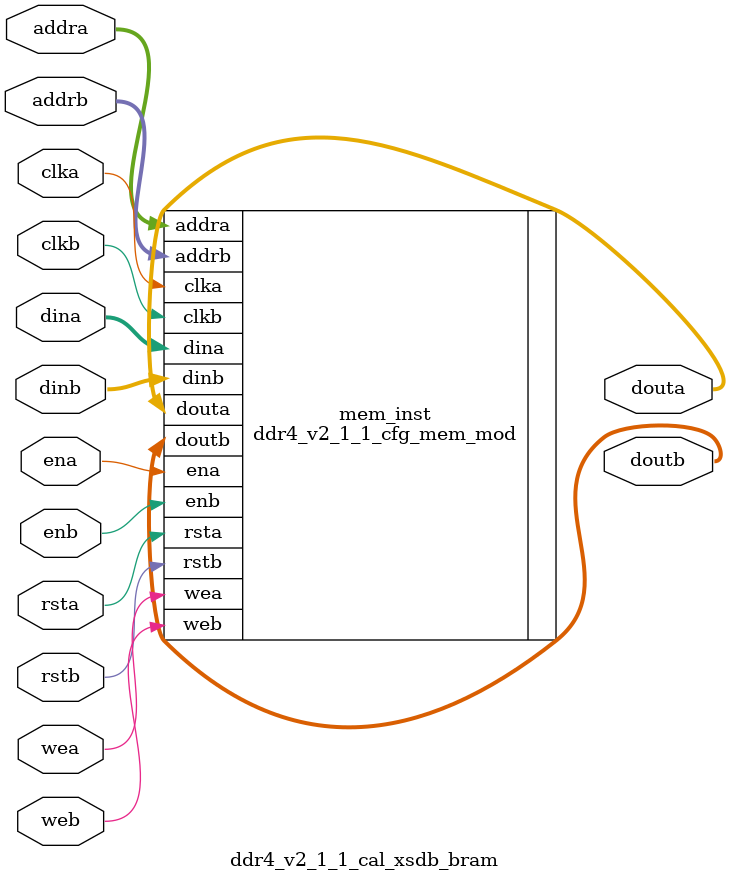
<source format=sv>
/******************************************************************************
// (c) Copyright 2013 - 2014 Xilinx, Inc. All rights reserved.
//
// This file contains confidential and proprietary information
// of Xilinx, Inc. and is protected under U.S. and
// international copyright and other intellectual property
// laws.
//
// DISCLAIMER
// This disclaimer is not a license and does not grant any
// rights to the materials distributed herewith. Except as
// otherwise provided in a valid license issued to you by
// Xilinx, and to the maximum extent permitted by applicable
// law: (1) THESE MATERIALS ARE MADE AVAILABLE "AS IS" AND
// WITH ALL FAULTS, AND XILINX HEREBY DISCLAIMS ALL WARRANTIES
// AND CONDITIONS, EXPRESS, IMPLIED, OR STATUTORY, INCLUDING
// BUT NOT LIMITED TO WARRANTIES OF MERCHANTABILITY, NON-
// INFRINGEMENT, OR FITNESS FOR ANY PARTICULAR PURPOSE; and
// (2) Xilinx shall not be liable (whether in contract or tort,
// including negligence, or under any other theory of
// liability) for any loss or damage of any kind or nature
// related to, arising under or in connection with these
// materials, including for any direct, or any indirect,
// special, incidental, or consequential loss or damage
// (including loss of data, profits, goodwill, or any type of
// loss or damage suffered as a result of any action brought
// by a third party) even if such damage or loss was
// reasonably foreseeable or Xilinx had been advised of the
// possibility of the same.
//
// CRITICAL APPLICATIONS
// Xilinx products are not designed or intended to be fail-
// safe, or for use in any application requiring fail-safe
// performance, such as life-support or safety devices or
// systems, Class III medical devices, nuclear facilities,
// applications related to the deployment of airbags, or any
// other applications that could lead to death, personal
// injury, or severe property or environmental damage
// (individually and collectively, "Critical
// Applications"). Customer assumes the sole risk and
// liability of any use of Xilinx products in Critical
// Applications, subject only to applicable laws and
// regulations governing limitations on product liability.
//
// THIS COPYRIGHT NOTICE AND DISCLAIMER MUST BE RETAINED AS
// PART OF THIS FILE AT ALL TIMES.
******************************************************************************/
//   ____  ____
//  /   /\/   /
// /___/  \  /    Vendor             : Xilinx
// \   \   \/     Version            : 2.0
//  \   \         Application        : MIG
//  /   /         Filename           : ddr4_v2_1_1_cal_xsdb_bram.sv
// /___/   /\     Date Last Modified : $Date: 2015/04/23 $
// \   \  /  \    Date Created       : Tue May 13 2014
//  \___\/\___\
//
// Device           : UltraScale
// Design Name      : DDR4 SDRAM & DDR3 SDRAM
// Purpose          :
//                   ddr4_v2_1_1_cal_xsdb_bram module
// Reference        :
// Revision History :
//*****************************************************************************
`timescale 1ns / 1ps

(* bram_map="yes" *)

module ddr4_v2_1_1_cal_xsdb_bram
    #(	
    
		parameter       	  MEM                        	  =  "DDR4"
		,parameter       	  DBYTES                     	  =  8 //4
		,parameter            START_ADDRESS                   =  18
		,parameter  		  SPREAD_SHEET_VERSION            =  2
		,parameter            RTL_VERSION                     =  0
		,parameter            MEM_CODE                        =  0
		,parameter  		  MEMORY_TYPE                     =  (MEM == "DDR4") ? 2 : 1
		,parameter            MEMORY_CONFIGURATION            =  1
		,parameter            MEMORY_VOLTAGE                  =  1
        ,parameter            CLKFBOUT_MULT_PLL               =  4
        ,parameter            DIVCLK_DIVIDE_PLL               =  1
        ,parameter            CLKOUT0_DIVIDE_PLL              =  1
        ,parameter            CLKFBOUT_MULT_MMCM              =  4
        ,parameter            DIVCLK_DIVIDE_MMCM              =  1
        ,parameter            CLKOUT0_DIVIDE_MMCM             =  4
		,parameter  		  DQBITS	                      =  64
		,parameter			  NIBBLE                          =  DQBITS/4
		,parameter  		  BITS_PER_BYTE                   =  4 //DQBITS/DBYTES
		,parameter  		  SLOTS                   =  1
		,parameter  		  ABITS                           =  10
		,parameter  		  BABITS                          =  2
		,parameter       	  BGBITS              	          =  2
		,parameter       	  CKEBITS                  		  =  4
		,parameter       	  CSBITS             	          =  4
		,parameter       	  ODTBITS                    	  =  4
		,parameter       	  DRAM_WIDTH                 	  =  8      // # of DQ per DQS
		,parameter       	  RANKS                      	  =  4 // 1      //1, 2, 3, or 4
		,parameter            S_HEIGHT                        =  1
		,parameter       	  nCK_PER_CLK                	  =  1      // # of memory CKs per fabric CLK
        ,parameter            tCK                             =  2000		
		,parameter       	  DM_DBI_SETTING             	  =  7     //// 3bits requried all 7
		,parameter            BISC_EN                         =  0
		,parameter       	  USE_CS_PORT             	      =  1     //// 1 bit
		,parameter            EXTRA_CMD_DELAY                 =  0     //// 1 bit
		,parameter            REG_CTRL_ON                     =  0     // RDIMM register control
		,parameter            CA_MIRROR                       =  0     //// 1 bit
		,parameter       	  DQS_GATE                   	  =  7
		,parameter       	  WRLVL                      	  =  7
		,parameter       	  RDLVL                      	  =  7
		,parameter       	  RDLVL_DBI                       =  7
		,parameter       	  WR_DQS_DQ                  	  =  7
		,parameter       	  WR_DQS_DM_DBI                   =  7
		,parameter            WRITE_LAT                       =  7
		,parameter       	  RDLVL_COMPLEX                   =  3     ///2 bits required all 3
		,parameter       	  WR_DQS_COMPLEX                  =  3     ///2 bits required all 3
		,parameter       	  DQS_TRACKING               	  =  3
		,parameter       	  RD_VREF                    	  =  3
		,parameter       	  RD_VREF_PATTERN                 =  3
		,parameter       	  WR_VREF                    	  =  3
		,parameter       	  WR_VREF_PATTERN                 =  3
		,parameter       	  DQS_SAMPLE_CNT             	  =  127
		,parameter       	  WRLVL_SAMPLE_CNT           	  =  255
		,parameter       	  RDLVL_SAMPLE_CNT           	  =  127
		,parameter       	  COMPLEX_LOOP_CNT           	  =  255
		,parameter       	  IODELAY_QTR_CK_TAP_CNT     	  =  255
		,parameter       	  DEBUG_MESSAGES     	          =  0
		,parameter         	  MR0                     		  =  13'b0000000110000
		,parameter         	  MR1                     		  =  13'b0000100000001 //RTT_NOM=RZQ/4 (60 Ohm)
		,parameter         	  MR2                     		  =  13'b0000000011000
		,parameter         	  MR3                     		  =  13'b0000000000000
		,parameter         	  MR4                     		  =  13'b0000000000000
		,parameter         	  MR5                     		  =  13'b0010000000000
		,parameter         	  MR6                     		  =  13'b0100000000000
		,parameter            ODTWR                           = 16'h0000
		,parameter            ODTRD                           = 16'h0000
		,parameter            SLOT0_CONFIG                    = 0     // all 9 bits
		,parameter            SLOT1_CONFIG                    = 0     // all 9 bits
		,parameter            SLOT0_FUNC_CS                   = 0     // all 9 bits
		,parameter            SLOT1_FUNC_CS                   = 0     // all 9 bits
		,parameter            SLOT0_ODD_CS                    = 0     // all 9 bits
		,parameter            SLOT1_ODD_CS                    = 0     // all 9 bits
		,parameter            DDR4_REG_RC03                   = 0     // all 9 bits
		,parameter            DDR4_REG_RC04                   = 0     // all 9 bits
		,parameter            DDR4_REG_RC05                   = 0     // all 9 bits
		,parameter            DDR4_REG_RC3X                   = 0     // all 9 bits
		
		,parameter         	  MR0_0                   		  =  MR0[8:0]
		,parameter         	  MR0_1                   		  =  {5'b0,MR0[12:9]}
		,parameter         	  MR1_0                   		  =  MR1[8:0]
		,parameter         	  MR1_1                   		  =  {5'b0,MR1[12:9]}
		,parameter         	  MR2_0                   	 	  =  MR2[8:0]
		,parameter         	  MR2_1                   		  =  {5'b0,MR2[12:9]}
		,parameter         	  MR3_0                   		  =  MR3[8:0]
		,parameter         	  MR3_1                   		  =  {5'b0,MR3[12:9]}
		,parameter         	  MR4_0                   		  =  MR4[8:0]
		,parameter         	  MR4_1                   		  =  {5'b0,MR4[12:9]}
		,parameter         	  MR5_0                   		  =  MR5[8:0]
		,parameter         	  MR5_1                   		  =  {5'b0,MR5[12:9]}
		,parameter         	  MR6_0                   		  =  MR6[8:0]
		,parameter         	  MR6_1                   		  =  {5'b0,MR6[12:9]}
  
       ,parameter NUM_BRAMS    = 1
	   ,parameter SIZE         = 36 * 1024 * NUM_BRAMS
    // Specify INITs as 9 bit blocks (256 locations per blockRAM)
       ,parameter ADDR_WIDTH   = 16
	   ,parameter DATA_WIDTH   = 9
       ,parameter PIPELINE_REG = 1 
    )
  (
	
		clka,
		clkb,
		ena,
		enb,
		addra,
		addrb,
		dina,
		dinb,
		douta,
		doutb,
		wea,
		web,
		rsta,
		rstb
);
input clka;
input clkb;
input ena;
input enb;
input [ADDR_WIDTH-1:0]addra;
input [ADDR_WIDTH-1:0]addrb;
input [DATA_WIDTH-1:0]dina;
input [DATA_WIDTH-1:0]dinb;
input wea;
input web;
input rsta;
input rstb;
output reg [DATA_WIDTH-1:0]douta;
output reg [DATA_WIDTH-1:0]doutb;


// Initial values to the BlockRam 0
localparam [8:0] mem0_init_0 = {4'b0,START_ADDRESS[4:0]};
localparam [8:0] mem0_init_1 = 9'b0;
localparam [8:0] mem0_init_2 = 9'b0;
localparam [8:0] mem0_init_3 = {5'b0,SPREAD_SHEET_VERSION[3:0]};
localparam [8:0] mem0_init_4 = {7'b0,MEMORY_TYPE[1:0]};
localparam [8:0] mem0_init_5 = {7'b0,RANKS[1:0]};
localparam [8:0] mem0_init_6 = DBYTES[8:0]; // MAN - repeats DBYTES parameter (may hardwire to BYTES for initial SW compatability)
localparam [8:0] mem0_init_7 = NIBBLE[8:0];
localparam [8:0] mem0_init_8 = BITS_PER_BYTE[8:0];
localparam [8:0] mem0_init_9 = 9'b0;
localparam [8:0] mem0_init_10 = 9'b0;
localparam [8:0] mem0_init_11 = 9'b0;
localparam [8:0] mem0_init_12 = SLOTS;
localparam [8:0] mem0_init_13 = 9'b0;
localparam [8:0] mem0_init_14 = 9'b0;
localparam [8:0] mem0_init_15 = 9'b0;
localparam [8:0] mem0_init_16 = 9'b0;
localparam [8:0] mem0_init_17 = 9'b0;
localparam [8:0] mem0_init_18 = RTL_VERSION[8:0];
localparam [8:0] mem0_init_19 = 9'b0;
localparam [8:0] mem0_init_20 = NUM_BRAMS[8:0];
localparam [8:0] mem0_init_21 = {BGBITS[1:0],BABITS[1:0],ABITS[4:0]};
localparam [8:0] mem0_init_22 = {ODTBITS[2:0],CSBITS[2:0],CKEBITS[2:0]};
localparam [8:0] mem0_init_23 = DBYTES[8:0];
localparam [8:0] mem0_init_24 = DRAM_WIDTH[8:0];
localparam [8:0] mem0_init_25 = {CA_MIRROR[0],REG_CTRL_ON[0],EXTRA_CMD_DELAY[0],USE_CS_PORT[0],BISC_EN[0],DM_DBI_SETTING[2:0],nCK_PER_CLK[0]};
localparam [8:0] mem0_init_26 = {RDLVL[2:0],WRLVL[2:0],DQS_GATE[2:0]};
localparam [8:0] mem0_init_27 = {WR_DQS_DM_DBI[2:0],WR_DQS_DQ[2:0],RDLVL_DBI[2:0]};
localparam [8:0] mem0_init_28 = {WR_DQS_COMPLEX[2:0],RDLVL_COMPLEX[2:0],WRITE_LAT[2:0]};
localparam [8:0] mem0_init_29 = {DEBUG_MESSAGES[0],RD_VREF_PATTERN[1:0],WR_VREF_PATTERN[1:0],RD_VREF[1:0],WR_VREF[1:0]};
localparam [8:0] mem0_init_30 = {7'b0,DQS_TRACKING[1:0]};
localparam [8:0] mem0_init_31 = DQS_SAMPLE_CNT[8:0];
localparam [8:0] mem0_init_32 = WRLVL_SAMPLE_CNT[8:0];
localparam [8:0] mem0_init_33 = RDLVL_SAMPLE_CNT[8:0];
localparam [8:0] mem0_init_34 = COMPLEX_LOOP_CNT[8:0];
localparam [8:0] mem0_init_35 = IODELAY_QTR_CK_TAP_CNT[8:0];
localparam [8:0] mem0_init_36 = {5'b0,S_HEIGHT[3:0]};
localparam [8:0] mem0_init_37 = 9'b0;
localparam [8:0] mem0_init_38 = 9'b0;
localparam [8:0] mem0_init_39 = 9'b0;
localparam [8:0] mem0_init_40 = {1'b0, ODTWR[7:0]};
localparam [8:0] mem0_init_41 = {1'b0, ODTWR[15:8]};
localparam [8:0] mem0_init_42 = {1'b0, ODTRD[7:0]};
localparam [8:0] mem0_init_43 = {1'b0, ODTRD[15:8]};
localparam [8:0] mem0_init_44 = SLOT0_CONFIG;
localparam [8:0] mem0_init_45 = SLOT1_CONFIG;
localparam [8:0] mem0_init_46 = SLOT0_FUNC_CS;
localparam [8:0] mem0_init_47 = SLOT1_FUNC_CS;
localparam [8:0] mem0_init_48 = SLOT0_ODD_CS;
localparam [8:0] mem0_init_49 = SLOT1_ODD_CS;
localparam [8:0] mem0_init_50 = DDR4_REG_RC03;
localparam [8:0] mem0_init_51 = DDR4_REG_RC04;
localparam [8:0] mem0_init_52 = DDR4_REG_RC05;
localparam [8:0] mem0_init_53 = DDR4_REG_RC3X;
localparam [8:0] mem0_init_54 = MR0_0[8:0];
localparam [8:0] mem0_init_55 = MR0_1[8:0];
localparam [8:0] mem0_init_56 = MR1_0[8:0];
localparam [8:0] mem0_init_57 = MR1_1[8:0];
localparam [8:0] mem0_init_58 = MR2_0[8:0];
localparam [8:0] mem0_init_59 = MR2_1[8:0];
localparam [8:0] mem0_init_60 = MR3_0[8:0];
localparam [8:0] mem0_init_61 = MR3_1[8:0];
localparam [8:0] mem0_init_62 = MR4_0[8:0];
localparam [8:0] mem0_init_63 = MR4_1[8:0];
localparam [8:0] mem0_init_64 = MR5_0[8:0];
localparam [8:0] mem0_init_65 = MR5_1[8:0];
localparam [8:0] mem0_init_66 = MR6_0[8:0];
localparam [8:0] mem0_init_67 = MR6_1[8:0];
localparam [8:0] mem0_init_68 = 9'b0;
localparam [8:0] mem0_init_69 = tCK[8:0];
localparam [8:0] mem0_init_70 = tCK[16:9];
localparam [8:0] mem0_init_71 = MEMORY_CONFIGURATION[8:0];
localparam [8:0] mem0_init_72 = MEMORY_VOLTAGE[8:0];
localparam [8:0] mem0_init_73 = CLKFBOUT_MULT_PLL[8:0];
localparam [8:0] mem0_init_74 = DIVCLK_DIVIDE_PLL[8:0];
localparam [8:0] mem0_init_75 = CLKFBOUT_MULT_MMCM[8:0];
localparam [8:0] mem0_init_76 = DIVCLK_DIVIDE_MMCM[8:0];
localparam [8:0] mem0_init_77 = 9'b0;
localparam [8:0] mem0_init_78 = 9'b0;
localparam [8:0] mem0_init_79 = 9'b0;
localparam [8:0] mem0_init_80 = 9'b0;
localparam [8:0] mem0_init_81 = 9'b0;
localparam [8:0] mem0_init_82 = 9'b0;
localparam [8:0] mem0_init_83 = 9'b0;
localparam [8:0] mem0_init_84 = 9'b0;
localparam [8:0] mem0_init_85 = 9'b0;
localparam [8:0] mem0_init_86 = 9'b0;
localparam [8:0] mem0_init_87 = 9'b0;
localparam [8:0] mem0_init_88 = 9'b0;
localparam [8:0] mem0_init_89 = 9'b0;
localparam [8:0] mem0_init_90 = 9'b0;
localparam [8:0] mem0_init_91 = 9'b0;
localparam [8:0] mem0_init_92 = 9'b0;
localparam [8:0] mem0_init_93 = 9'b0;
localparam [8:0] mem0_init_94 = 9'b0;
localparam [8:0] mem0_init_95 = 9'b0;
localparam [8:0] mem0_init_96 = 9'b0;
localparam [8:0] mem0_init_97 = 9'b0;
localparam [8:0] mem0_init_98 = 9'b0;
localparam [8:0] mem0_init_99 = 9'b0;
localparam [8:0] mem0_init_100 = 9'b0;
localparam [8:0] mem0_init_101 = 9'b0;
localparam [8:0] mem0_init_102 = 9'b0;
localparam [8:0] mem0_init_103 = 9'b0;
localparam [8:0] mem0_init_104 = 9'b0;
localparam [8:0] mem0_init_105 = 9'b0;
localparam [8:0] mem0_init_106 = 9'b0;
localparam [8:0] mem0_init_107 = 9'b0;
localparam [8:0] mem0_init_108 = 9'b0;
localparam [8:0] mem0_init_109 = 9'b0;
localparam [8:0] mem0_init_110 = 9'b0;
localparam [8:0] mem0_init_111 = 9'b0;
localparam [8:0] mem0_init_112 = 9'b0;
localparam [8:0] mem0_init_113 = 9'b0;
localparam [8:0] mem0_init_114 = 9'b0;
localparam [8:0] mem0_init_115 = 9'b0;
localparam [8:0] mem0_init_116 = 9'b0;
localparam [8:0] mem0_init_117 = 9'b0;
localparam [8:0] mem0_init_118 = 9'b0;
localparam [8:0] mem0_init_119 = 9'b0;
localparam [8:0] mem0_init_120 = 9'b0;
localparam [8:0] mem0_init_121 = 9'b0;
localparam [8:0] mem0_init_122 = 9'b0;
localparam [8:0] mem0_init_123 = 9'b0;
localparam [8:0] mem0_init_124 = 9'b0;
localparam [8:0] mem0_init_125 = 9'b0;
localparam [8:0] mem0_init_126 = 9'b0;
localparam [8:0] mem0_init_127 = 9'b0;
localparam [8:0] mem0_init_128 = 9'b0;
localparam [8:0] mem0_init_129 = 9'b0;
localparam [8:0] mem0_init_130 = 9'b0;
localparam [8:0] mem0_init_131 = 9'b0;
localparam [8:0] mem0_init_132 = 9'b0;
localparam [8:0] mem0_init_133 = 9'b0;
localparam [8:0] mem0_init_134 = 9'b0;
localparam [8:0] mem0_init_135 = 9'b0;
localparam [8:0] mem0_init_136 = 9'b0;
localparam [8:0] mem0_init_137 = 9'b0;
localparam [8:0] mem0_init_138 = 9'b0;
localparam [8:0] mem0_init_139 = 9'b0;
localparam [8:0] mem0_init_140 = 9'b0;
localparam [8:0] mem0_init_141 = 9'b0;
localparam [8:0] mem0_init_142 = 9'b0;
localparam [8:0] mem0_init_143 = 9'b0;
localparam [8:0] mem0_init_144 = 9'b0;
localparam [8:0] mem0_init_145 = 9'b0;
localparam [8:0] mem0_init_146 = 9'b0;
localparam [8:0] mem0_init_147 = 9'b0;
localparam [8:0] mem0_init_148 = 9'b0;
localparam [8:0] mem0_init_149 = 9'b0;
localparam [8:0] mem0_init_150 = 9'b0;
localparam [8:0] mem0_init_151 = 9'b0;
localparam [8:0] mem0_init_152 = 9'b0;
localparam [8:0] mem0_init_153 = 9'b0;
localparam [8:0] mem0_init_154 = 9'b0;
localparam [8:0] mem0_init_155 = 9'b0;
localparam [8:0] mem0_init_156 = 9'b0;
localparam [8:0] mem0_init_157 = 9'b0;
localparam [8:0] mem0_init_158 = 9'b0;
localparam [8:0] mem0_init_159 = 9'b0;
localparam [8:0] mem0_init_160 = 9'b0;
localparam [8:0] mem0_init_161 = 9'b0;
localparam [8:0] mem0_init_162 = 9'b0;
localparam [8:0] mem0_init_163 = 9'b0;
localparam [8:0] mem0_init_164 = 9'b0;
localparam [8:0] mem0_init_165 = 9'b0;
localparam [8:0] mem0_init_166 = 9'b0;
localparam [8:0] mem0_init_167 = 9'b0;
localparam [8:0] mem0_init_168 = 9'b0;
localparam [8:0] mem0_init_169 = 9'b0;
localparam [8:0] mem0_init_170 = 9'b0;
localparam [8:0] mem0_init_171 = 9'b0;
localparam [8:0] mem0_init_172 = 9'b0;
localparam [8:0] mem0_init_173 = 9'b0;
localparam [8:0] mem0_init_174 = 9'b0;
localparam [8:0] mem0_init_175 = 9'b0;
localparam [8:0] mem0_init_176 = 9'b0;
localparam [8:0] mem0_init_177 = 9'b0;
localparam [8:0] mem0_init_178 = 9'b0;
localparam [8:0] mem0_init_179 = 9'b0;
localparam [8:0] mem0_init_180 = 9'b0;
localparam [8:0] mem0_init_181 = 9'b0;
localparam [8:0] mem0_init_182 = 9'b0;
localparam [8:0] mem0_init_183 = 9'b0;
localparam [8:0] mem0_init_184 = 9'b0;
localparam [8:0] mem0_init_185 = 9'b0;
localparam [8:0] mem0_init_186 = 9'b0;
localparam [8:0] mem0_init_187 = 9'b0;
localparam [8:0] mem0_init_188 = 9'b0;
localparam [8:0] mem0_init_189 = 9'b0;
localparam [8:0] mem0_init_190 = 9'b0;
localparam [8:0] mem0_init_191 = 9'b0;
localparam [8:0] mem0_init_192 = 9'b0;
localparam [8:0] mem0_init_193 = 9'b0;
localparam [8:0] mem0_init_194 = 9'b0;
localparam [8:0] mem0_init_195 = 9'b0;
localparam [8:0] mem0_init_196 = 9'b0;
localparam [8:0] mem0_init_197 = 9'b0;
localparam [8:0] mem0_init_198 = 9'b0;
localparam [8:0] mem0_init_199 = 9'b0;
localparam [8:0] mem0_init_200 = 9'b0;
localparam [8:0] mem0_init_201 = 9'b0;
localparam [8:0] mem0_init_202 = 9'b0;
localparam [8:0] mem0_init_203 = 9'b0;
localparam [8:0] mem0_init_204 = 9'b0;
localparam [8:0] mem0_init_205 = 9'b0;
localparam [8:0] mem0_init_206 = 9'b0;
localparam [8:0] mem0_init_207 = 9'b0;
localparam [8:0] mem0_init_208 = 9'b0;
localparam [8:0] mem0_init_209 = 9'b0;
localparam [8:0] mem0_init_210 = 9'b0;
localparam [8:0] mem0_init_211 = 9'b0;
localparam [8:0] mem0_init_212 = 9'b0;
localparam [8:0] mem0_init_213 = 9'b0;
localparam [8:0] mem0_init_214 = 9'b0;
localparam [8:0] mem0_init_215 = 9'b0;
localparam [8:0] mem0_init_216 = 9'b0;
localparam [8:0] mem0_init_217 = 9'b0;
localparam [8:0] mem0_init_218 = 9'b0;
localparam [8:0] mem0_init_219 = 9'b0;
localparam [8:0] mem0_init_220 = 9'b0;
localparam [8:0] mem0_init_221 = 9'b0;
localparam [8:0] mem0_init_222 = 9'b0;
localparam [8:0] mem0_init_223 = 9'b0;
localparam [8:0] mem0_init_224 = 9'b0;
localparam [8:0] mem0_init_225 = 9'b0;
localparam [8:0] mem0_init_226 = 9'b0;
localparam [8:0] mem0_init_227 = 9'b0;
localparam [8:0] mem0_init_228 = 9'b0;
localparam [8:0] mem0_init_229 = 9'b0;
localparam [8:0] mem0_init_230 = 9'b0;
localparam [8:0] mem0_init_231 = 9'b0;
localparam [8:0] mem0_init_232 = 9'b0;
localparam [8:0] mem0_init_233 = 9'b0;
localparam [8:0] mem0_init_234 = 9'b0;
localparam [8:0] mem0_init_235 = 9'b0;
localparam [8:0] mem0_init_236 = 9'b0;
localparam [8:0] mem0_init_237 = 9'b0;
localparam [8:0] mem0_init_238 = 9'b0;
localparam [8:0] mem0_init_239 = 9'b0;
localparam [8:0] mem0_init_240 = 9'b0;
localparam [8:0] mem0_init_241 = 9'b0;
localparam [8:0] mem0_init_242 = 9'b0;
localparam [8:0] mem0_init_243 = 9'b0;
localparam [8:0] mem0_init_244 = 9'b0;
localparam [8:0] mem0_init_245 = 9'b0;
localparam [8:0] mem0_init_246 = 9'b0;
localparam [8:0] mem0_init_247 = 9'b0;
localparam [8:0] mem0_init_248 = 9'b0;
localparam [8:0] mem0_init_249 = 9'b0;
localparam [8:0] mem0_init_250 = 9'b0;
localparam [8:0] mem0_init_251 = 9'b0;
localparam [8:0] mem0_init_252 = 9'b0;
localparam [8:0] mem0_init_253 = 9'b0;
localparam [8:0] mem0_init_254 = 9'b0;
localparam [8:0] mem0_init_255 = 9'b0;

localparam [256*9-1:0] INIT_BRAM0 = {mem0_init_255,mem0_init_254,mem0_init_253,mem0_init_252,mem0_init_251,mem0_init_250,mem0_init_249,mem0_init_248,mem0_init_247,mem0_init_246,mem0_init_245,mem0_init_244,mem0_init_243,mem0_init_242,mem0_init_241,mem0_init_240,mem0_init_239,mem0_init_238,mem0_init_237,mem0_init_236,mem0_init_235,mem0_init_234,mem0_init_233,mem0_init_232,mem0_init_231,mem0_init_230,mem0_init_229,mem0_init_228,mem0_init_227,mem0_init_226,mem0_init_225,mem0_init_224,mem0_init_223,mem0_init_222,mem0_init_221,mem0_init_220,mem0_init_219,mem0_init_218,mem0_init_217,mem0_init_216,mem0_init_215,mem0_init_214,mem0_init_213,mem0_init_212,mem0_init_211,mem0_init_210,mem0_init_209,mem0_init_208,mem0_init_207,mem0_init_206,mem0_init_205,mem0_init_204,mem0_init_203,mem0_init_202,mem0_init_201,mem0_init_200,mem0_init_199,mem0_init_198,mem0_init_197,mem0_init_196,mem0_init_195,mem0_init_194,mem0_init_193,mem0_init_192,mem0_init_191,mem0_init_190,mem0_init_189,mem0_init_188,mem0_init_187,mem0_init_186,mem0_init_185,mem0_init_184,mem0_init_183,mem0_init_182,mem0_init_181,mem0_init_180,mem0_init_179,mem0_init_178,mem0_init_177,mem0_init_176,mem0_init_175,mem0_init_174,mem0_init_173,mem0_init_172,mem0_init_171,mem0_init_170,mem0_init_169,mem0_init_168,mem0_init_167,mem0_init_166,mem0_init_165,mem0_init_164,mem0_init_163,mem0_init_162,mem0_init_161,mem0_init_160,mem0_init_159,mem0_init_158,mem0_init_157,mem0_init_156,mem0_init_155,mem0_init_154,mem0_init_153,mem0_init_152,mem0_init_151,mem0_init_150,mem0_init_149,mem0_init_148,mem0_init_147,mem0_init_146,mem0_init_145,mem0_init_144,mem0_init_143,mem0_init_142,mem0_init_141,mem0_init_140,mem0_init_139,mem0_init_138,mem0_init_137,mem0_init_136,mem0_init_135,mem0_init_134,mem0_init_133,mem0_init_132,mem0_init_131,mem0_init_130,mem0_init_129,mem0_init_128,mem0_init_127,mem0_init_126,mem0_init_125,mem0_init_124,mem0_init_123,mem0_init_122,mem0_init_121,mem0_init_120,mem0_init_119,mem0_init_118,mem0_init_117,mem0_init_116,mem0_init_115,mem0_init_114,mem0_init_113,mem0_init_112,mem0_init_111,mem0_init_110,mem0_init_109,mem0_init_108,mem0_init_107,mem0_init_106,mem0_init_105,mem0_init_104,mem0_init_103,mem0_init_102,mem0_init_101,mem0_init_100,mem0_init_99,mem0_init_98,mem0_init_97,mem0_init_96,mem0_init_95,mem0_init_94,mem0_init_93,mem0_init_92,mem0_init_91,mem0_init_90,mem0_init_89,mem0_init_88,mem0_init_87,mem0_init_86,mem0_init_85,mem0_init_84,mem0_init_83,mem0_init_82,mem0_init_81,mem0_init_80,mem0_init_79,mem0_init_78,mem0_init_77,mem0_init_76,mem0_init_75,mem0_init_74,mem0_init_73,mem0_init_72,mem0_init_71,mem0_init_70,mem0_init_69,mem0_init_68,mem0_init_67,mem0_init_66,mem0_init_65,mem0_init_64,mem0_init_63,mem0_init_62,mem0_init_61,mem0_init_60,mem0_init_59,mem0_init_58,mem0_init_57,mem0_init_56,mem0_init_55,mem0_init_54,mem0_init_53,mem0_init_52,mem0_init_51,mem0_init_50,mem0_init_49,mem0_init_48,mem0_init_47,mem0_init_46,mem0_init_45,mem0_init_44,mem0_init_43,mem0_init_42,mem0_init_41,mem0_init_40,mem0_init_39,mem0_init_38,mem0_init_37,mem0_init_36,mem0_init_35,mem0_init_34,mem0_init_33,mem0_init_32,mem0_init_31,mem0_init_30,mem0_init_29,mem0_init_28,mem0_init_27,mem0_init_26,mem0_init_25,mem0_init_24,mem0_init_23,mem0_init_22,mem0_init_21,mem0_init_20,mem0_init_19,mem0_init_18,mem0_init_17,mem0_init_16,mem0_init_15,mem0_init_14,mem0_init_13,mem0_init_12,mem0_init_11,mem0_init_10,mem0_init_9,mem0_init_8,mem0_init_7,mem0_init_6,mem0_init_5,mem0_init_4,mem0_init_3,mem0_init_2,mem0_init_1,mem0_init_0};

// Populate INIT's for rest of BlockRAMs if required
localparam [256*9*NUM_BRAMS-1:0] INIT = ( NUM_BRAMS == 1 ) ? INIT_BRAM0 : ( NUM_BRAMS == 2 ) ? {2304'b0 ,INIT_BRAM0} : {{2{2304'b0}} ,INIT_BRAM0};

ddr4_v2_1_1_cfg_mem_mod # (
               .SIZE(SIZE),
               .INIT(INIT),
               .ADDR_WIDTH(ADDR_WIDTH),
               .DATA_WIDTH(9),
               .PIPELINE_REG(PIPELINE_REG)
              )
     mem_inst (
                .clka(clka),
                .clkb(clkb),
                .ena(ena),
                .enb(enb),
                .addra(addra),
                .addrb(addrb),
                .dina(dina),
                .dinb(dinb),
                .wea(wea),
                .web(web),
                .rsta(rsta),
                .rstb(rstb),
                .douta(douta),
                .doutb(doutb)
               );

endmodule


</source>
